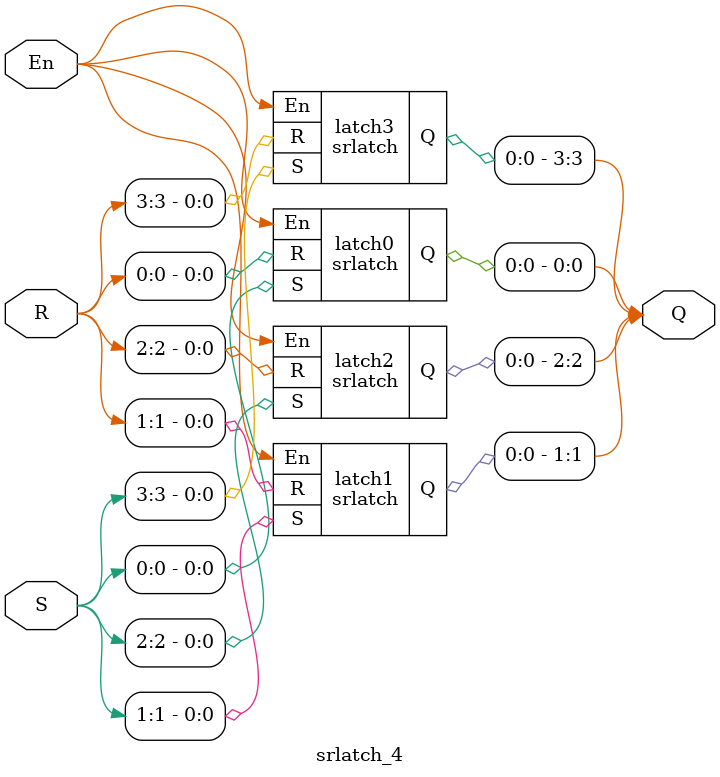
<source format=v>
module srlatch(S,R,En,Q);
  input S,R,En;
  output reg Q;
  always @(*)
  begin
    if(En)
    begin
        if(S!=R)
             Q = S;
        else if (S==0 && R==0) Q = 1'bz;
    end
  end	
endmodule

module srlatch_4 (S, R, En, Q);   
    input [3:0]S;
    input [3:0]R;
    input En;
    output [3:0] Q;
    srlatch latch3(S[3],R[3],En,Q[3]);   
    srlatch latch2(S[2],R[2],En,Q[2]);  
    srlatch latch1(S[1],R[1],En,Q[1]);  
    srlatch latch0(S[0],R[0],En,Q[0]);  
endmodule
</source>
